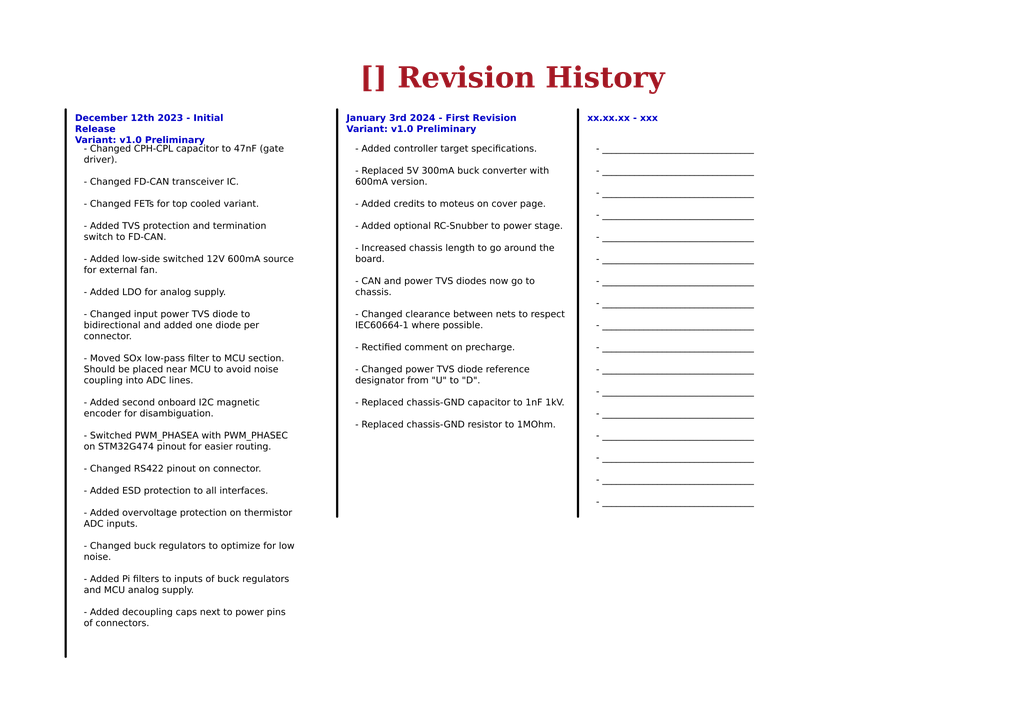
<source format=kicad_sch>
(kicad_sch (version 20230121) (generator eeschema)
  (paper "A4")
  (title_block (title "Revision History") (date "2024-01-03") (rev "${REVISION}") (company "${COMPANY}"))
  (lib_symbols)
  (polyline (pts (xy 97.79 31.75) (xy 97.79 149.86)) (stroke (width 0.635) (color 0 0 0 1)))
  (polyline (pts (xy 167.64 31.75) (xy 167.64 149.86)) (stroke (width 0.635) (color 0 0 0 1)))
  (polyline (pts (xy 19.05 31.75) (xy 19.05 190.5)) (stroke (width 0.635) (color 0 0 0 1)))
  (text_box "[${#}] ${TITLE}" (at 80.01 16.51 0) (size 137.16 12.7) (stroke (width -0.0001)) (effects (font (size 6 6) (thickness 1.2) bold)))
  (text_box "- Changed CPH-CPL capacitor to 47nF (gate driver).\n\n- Changed FD-CAN transceiver IC.\n\n- Changed FETs for top cooled variant.\n\n- Added TVS protection and termination switch to FD-CAN.\n\n- Added low-side switched 12V 600mA source for external fan.\n\n- Added LDO for analog supply.\n\n- Changed input power TVS diode to bidirectional and added one diode per connector.\n\n- Moved SOx low-pass filter to MCU section. \nShould be placed near MCU to avoid noise coupling into ADC lines.\n\n- Added second onboard I2C magnetic encoder for disambiguation.\n\n- Switched PWM_PHASEA with PWM_PHASEC on STM32G474 pinout for easier routing.\n\n- Changed RS422 pinout on connector.\n\n- Added ESD protection to all interfaces.\n\n- Added overvoltage protection on thermistor ADC inputs.\n\n- Changed buck regulators to optimize for low noise.\n\n- Added Pi filters to inputs of buck regulators and MCU analog supply.\n\n- Added decoupling caps next to power pins of connectors." (at 22.86 40.64 0) (size 64.77 134.62) (stroke (width -0.0001)) (effects (font (size 1.905 1.905)) (justify left top)))
  (text_box "xx.xx.xx - xxx" (at 168.91 31.75 0) (size 57.15 7.62) (stroke (width -0.0001)) (effects (font (size 1.905 1.905) (thickness 0.254) bold) (justify left top)))
  (text_box "- _________________________________\n\n- _________________________________\n\n- _________________________________\n\n- _________________________________\n\n- _________________________________\n\n- _________________________________\n\n- _________________________________\n\n- _________________________________\n\n- _________________________________\n\n- _________________________________\n\n- _________________________________\n\n- _________________________________\n\n- _________________________________\n\n- _________________________________\n\n- _________________________________\n\n- _________________________________\n\n- _________________________________" (at 171.45 40.64 0) (size 64.77 115.57) (stroke (width -0.0001)) (effects (font (size 1.905 1.905)) (justify left top)))
  (text_box "- Added controller target specifications.\n\n- Replaced 5V 300mA buck converter with 600mA version.\n\n- Added credits to moteus on cover page.\n\n- Added optional RC-Snubber to power stage.\n\n- Increased chassis length to go around the board.\n\n- CAN and power TVS diodes now go to chassis.\n\n- Changed clearance between nets to respect IEC60664-1 where possible.\n\n- Rectified comment on precharge.\n\n- Changed power TVS diode reference designator from \"U\" to \"D\".\n\n- Replaced chassis-GND capacitor to 1nF 1kV.\n\n- Replaced chassis-GND resistor to 1MOhm.\n" (at 101.6 40.64 0) (size 64.77 109.22) (stroke (width -0.0001)) (effects (font (size 1.905 1.905)) (justify left top)))
  (text_box "December 12th 2023 - Initial Release\nVariant: v1.0 Preliminary" (at 20.32 31.75 0) (size 57.15 7.62) (stroke (width -0.0001)) (effects (font (size 1.905 1.905) (thickness 0.254) bold) (justify left top)))
  (text_box "January 3rd 2024 - First Revision\nVariant: v1.0 Preliminary" (at 99.06 31.75 0) (size 57.15 7.62) (stroke (width -0.0001)) (effects (font (size 1.905 1.905) (thickness 0.254) bold) (justify left top)))
)
</source>
